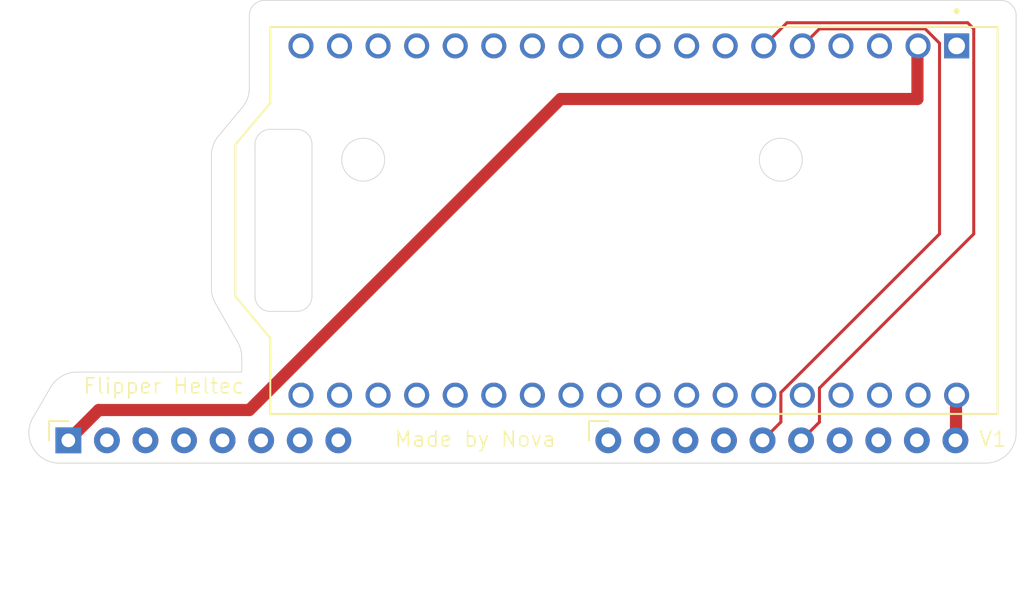
<source format=kicad_pcb>
(kicad_pcb (version 20241229) (generator "pcbnew") (generator_version "9.0")
  (layers (0 "F.Cu" signal) (2 "B.Cu" signal) (13 "F.Paste" user) (15 "B.Paste" user) (5 "F.SilkS" user "F.Silkscreen") (7 "B.SilkS" user "B.Silkscreen") (1 "F.Mask" user) (3 "B.Mask" user) (25 "Edge.Cuts" user))
  (net 0 "")
  (net 3 "Net-(A1-5V)")
  (net 5 "Net-(A1-USART1.TX)")
  (net 13 "Net-(A1-USART1.RX)")
  (net 21 "VE")
  (net 29 "GND")
  (footprint "WIFI_KIT_32__V3:MODULE_WIFI_KIT_32__V3_" (layer "F.Cu") (at 130.18 65.01 -90)
    (property "Reference" "U1" (hide yes))
    (property "Value" "WIFI_KIT_32__V3_" (hide yes))
    (fp_line (start -5 25.1) (end 5 25.1) (stroke (width 0.127)) (layer "F.SilkS"))
    (fp_line (start 5 25.1) (end 7.75 22.8) (stroke (width 0.127)) (layer "F.SilkS"))
    (fp_line (start -12.75 22.8) (end -12.75 -25.1) (stroke (width 0.127)) (layer "F.SilkS"))
    (fp_line (start -7.75 22.8) (end -5 25.1) (stroke (width 0.127)) (layer "F.SilkS"))
    (fp_line (start -7.75 22.8) (end -12.75 22.8) (stroke (width 0.127)) (layer "F.SilkS"))
    (fp_line (start 12.75 22.8) (end 7.75 22.8) (stroke (width 0.127)) (layer "F.SilkS"))
    (fp_line (start -12.75 -25.1) (end 12.75 -25.1) (stroke (width 0.127)) (layer "F.SilkS"))
    (fp_line (start 12.75 -25.1) (end 12.75 22.8) (stroke (width 0.127)) (layer "F.SilkS"))
    (fp_circle (center -13.8 -22.4) (end -13.7 -22.4) (stroke (width 0.2)) (fill no) (layer "F.SilkS"))
    (pad "J2_1" thru_hole rect (at -11.51 -22.4 270) (size 1.65 1.65) (drill 1.1) (layers "*.Cu" "*.Mask") (net 29 "GND"))
    (pad "J2_2" thru_hole circle (at -11.51 -19.86 270) (size 1.65 1.65) (drill 1.1) (layers "*.Cu" "*.Mask") (net 3 "Net-(A1-5V)"))
    (pad "J2_3" thru_hole circle (at -11.51 -17.32 270) (size 1.65 1.65) (drill 1.1) (layers "*.Cu" "*.Mask") (net 21 "VE"))
    (pad "J2_4" thru_hole circle (at -11.51 -14.78 270) (size 1.65 1.65) (drill 1.1) (layers "*.Cu" "*.Mask") (net 21 "VE"))
    (pad "J2_5" thru_hole circle (at -11.51 -12.24 270) (size 1.65 1.65) (drill 1.1) (layers "*.Cu" "*.Mask") (net 5 "Net-(A1-USART1.TX)"))
    (pad "J2_6" thru_hole circle (at -11.51 -9.7 270) (size 1.65 1.65) (drill 1.1) (layers "*.Cu" "*.Mask") (net 13 "Net-(A1-USART1.RX)"))
    (pad "J2_7" thru_hole circle (at -11.51 -7.16 270) (size 1.65 1.65) (drill 1.1) (layers "*.Cu" "*.Mask"))
    (pad "J2_8" thru_hole circle (at -11.51 -4.62 270) (size 1.65 1.65) (drill 1.1) (layers "*.Cu" "*.Mask"))
    (pad "J2_9" thru_hole circle (at -11.51 -2.08 270) (size 1.65 1.65) (drill 1.1) (layers "*.Cu" "*.Mask"))
    (pad "J2_10" thru_hole circle (at -11.51 0.46 270) (size 1.65 1.65) (drill 1.1) (layers "*.Cu" "*.Mask"))
    (pad "J2_11" thru_hole circle (at -11.51 3 270) (size 1.65 1.65) (drill 1.1) (layers "*.Cu" "*.Mask"))
    (pad "J2_12" thru_hole circle (at -11.51 5.54 270) (size 1.65 1.65) (drill 1.1) (layers "*.Cu" "*.Mask"))
    (pad "J2_13" thru_hole circle (at -11.51 8.08 270) (size 1.65 1.65) (drill 1.1) (layers "*.Cu" "*.Mask"))
    (pad "J2_14" thru_hole circle (at -11.51 10.62 270) (size 1.65 1.65) (drill 1.1) (layers "*.Cu" "*.Mask"))
    (pad "J2_15" thru_hole circle (at -11.51 13.16 270) (size 1.65 1.65) (drill 1.1) (layers "*.Cu" "*.Mask"))
    (pad "J2_16" thru_hole circle (at -11.51 15.7 270) (size 1.65 1.65) (drill 1.1) (layers "*.Cu" "*.Mask"))
    (pad "J2_17" thru_hole circle (at -11.51 18.24 270) (size 1.65 1.65) (drill 1.1) (layers "*.Cu" "*.Mask"))
    (pad "J2_18" thru_hole circle (at -11.51 20.78 270) (size 1.65 1.65) (drill 1.1) (layers "*.Cu" "*.Mask"))
    (pad "J3_1" thru_hole circle (at 11.51 -22.4 270) (size 1.65 1.65) (drill 1.1) (layers "*.Cu" "*.Mask") (net 29 "GND"))
    (pad "J3_2" thru_hole circle (at 11.51 -19.86 270) (size 1.65 1.65) (drill 1.1) (layers "*.Cu" "*.Mask"))
    (pad "J3_3" thru_hole circle (at 11.51 -17.32 270) (size 1.65 1.65) (drill 1.1) (layers "*.Cu" "*.Mask"))
    (pad "J3_4" thru_hole circle (at 11.51 -14.78 270) (size 1.65 1.65) (drill 1.1) (layers "*.Cu" "*.Mask"))
    (pad "J3_5" thru_hole circle (at 11.51 -12.24 270) (size 1.65 1.65) (drill 1.1) (layers "*.Cu" "*.Mask"))
    (pad "J3_6" thru_hole circle (at 11.51 -9.7 270) (size 1.65 1.65) (drill 1.1) (layers "*.Cu" "*.Mask"))
    (pad "J3_7" thru_hole circle (at 11.51 -7.16 270) (size 1.65 1.65) (drill 1.1) (layers "*.Cu" "*.Mask"))
    (pad "J3_8" thru_hole circle (at 11.51 -4.62 270) (size 1.65 1.65) (drill 1.1) (layers "*.Cu" "*.Mask"))
    (pad "J3_9" thru_hole circle (at 11.51 -2.08 270) (size 1.65 1.65) (drill 1.1) (layers "*.Cu" "*.Mask"))
    (pad "J3_10" thru_hole circle (at 11.51 0.46 270) (size 1.65 1.65) (drill 1.1) (layers "*.Cu" "*.Mask"))
    (pad "J3_11" thru_hole circle (at 11.51 3 270) (size 1.65 1.65) (drill 1.1) (layers "*.Cu" "*.Mask"))
    (pad "J3_12" thru_hole circle (at 11.51 5.54 270) (size 1.65 1.65) (drill 1.1) (layers "*.Cu" "*.Mask"))
    (pad "J3_13" thru_hole circle (at 11.51 8.08 270) (size 1.65 1.65) (drill 1.1) (layers "*.Cu" "*.Mask"))
    (pad "J3_14" thru_hole circle (at 11.51 10.62 270) (size 1.65 1.65) (drill 1.1) (layers "*.Cu" "*.Mask"))
    (pad "J3_15" thru_hole circle (at 11.51 13.16 270) (size 1.65 1.65) (drill 1.1) (layers "*.Cu" "*.Mask"))
    (pad "J3_16" thru_hole circle (at 11.51 15.7 270) (size 1.65 1.65) (drill 1.1) (layers "*.Cu" "*.Mask"))
    (pad "J3_17" thru_hole circle (at 11.51 18.24 270) (size 1.65 1.65) (drill 1.1) (layers "*.Cu" "*.Mask"))
    (pad "J3_18" thru_hole circle (at 11.51 20.78 270) (size 1.65 1.65) (drill 1.1) (layers "*.Cu" "*.Mask"))
  )
  (footprint "Module:Flipper_Zero_Angled" (layer "F.Cu") (at 94.08 79.5)
    (property "Reference" "A1" (hide yes))
    (property "Value" "Flipper_Zero")
    (fp_line (start -1.27 -1.27) (end -1.27 0) (stroke (width 0.12)) (layer "F.SilkS"))
    (fp_line (start 0 -1.27) (end -1.27 -1.27) (stroke (width 0.12)) (layer "F.SilkS"))
    (fp_line (start 34.29 -1.27) (end 34.29 0) (stroke (width 0.12)) (layer "F.SilkS"))
    (fp_line (start 35.56 -1.27) (end 34.29 -1.27) (stroke (width 0.12)) (layer "F.SilkS"))
    (pad "1" thru_hole rect (at 0 0 90) (size 1.7 1.7) (drill 0.9) (layers "*.Cu" "*.Mask") (net 3 "Net-(A1-5V)"))
    (pad "2" thru_hole oval (at 2.54 0 90) (size 1.7 1.7) (drill 0.9) (layers "*.Cu" "*.Mask"))
    (pad "3" thru_hole oval (at 5.08 0 90) (size 1.7 1.7) (drill 0.9) (layers "*.Cu" "*.Mask"))
    (pad "4" thru_hole oval (at 7.62 0 90) (size 1.7 1.7) (drill 0.9) (layers "*.Cu" "*.Mask"))
    (pad "5" thru_hole oval (at 10.16 0 90) (size 1.7 1.7) (drill 0.9) (layers "*.Cu" "*.Mask"))
    (pad "6" thru_hole oval (at 12.7 0 90) (size 1.7 1.7) (drill 0.9) (layers "*.Cu" "*.Mask"))
    (pad "7" thru_hole oval (at 15.24 0 90) (size 1.7 1.7) (drill 0.9) (layers "*.Cu" "*.Mask"))
    (pad "8" thru_hole oval (at 17.78 0 90) (size 1.7 1.7) (drill 0.9) (layers "*.Cu" "*.Mask") (net 29 "GND"))
    (pad "9" thru_hole oval (at 35.56 0 90) (size 1.7 1.7) (drill 0.9) (layers "*.Cu" "*.Mask"))
    (pad "10" thru_hole oval (at 38.1 0 90) (size 1.7 1.7) (drill 0.9) (layers "*.Cu" "*.Mask"))
    (pad "11" thru_hole oval (at 40.64 0 90) (size 1.7 1.7) (drill 0.9) (layers "*.Cu" "*.Mask") (net 29 "GND"))
    (pad "12" thru_hole oval (at 43.18 0 90) (size 1.7 1.7) (drill 0.9) (layers "*.Cu" "*.Mask"))
    (pad "13" thru_hole oval (at 45.72 0 90) (size 1.7 1.7) (drill 0.9) (layers "*.Cu" "*.Mask") (net 5 "Net-(A1-USART1.TX)"))
    (pad "14" thru_hole oval (at 48.26 0 90) (size 1.7 1.7) (drill 0.9) (layers "*.Cu" "*.Mask") (net 13 "Net-(A1-USART1.RX)"))
    (pad "15" thru_hole oval (at 50.8 0 90) (size 1.7 1.7) (drill 0.9) (layers "*.Cu" "*.Mask"))
    (pad "16" thru_hole oval (at 53.34 0 90) (size 1.7 1.7) (drill 0.9) (layers "*.Cu" "*.Mask"))
    (pad "17" thru_hole oval (at 55.88 0 90) (size 1.7 1.7) (drill 0.9) (layers "*.Cu" "*.Mask"))
    (pad "18" thru_hole oval (at 58.42 0 90) (size 1.7 1.7) (drill 0.9) (layers "*.Cu" "*.Mask") (net 29 "GND"))
  )
  (gr_line (start 109.125 71) (end 107.375 71) (stroke (width 0.05)) (layer "Edge.Cuts"))
  (gr_arc (start 156.5 79) (mid 155.914214 80.414214) (end 154.5 81) (stroke (width 0.05)) (layer "Edge.Cuts"))
  (gr_arc (start 106 51.5) (mid 106.292893 50.792893) (end 107 50.5) (stroke (width 0.05)) (layer "Edge.Cuts"))
  (gr_line (start 110.125 60) (end 110.125 70) (stroke (width 0.05)) (layer "Edge.Cuts"))
  (gr_arc (start 103.5 60.7241) (mid 103.619457 60.043249) (end 103.963558 59.443731) (stroke (width 0.05)) (layer "Edge.Cuts"))
  (gr_arc (start 155.5 50.5) (mid 156.207107 50.792893) (end 156.5 51.5) (stroke (width 0.05)) (layer "Edge.Cuts"))
  (gr_line (start 106.375 70) (end 106.375 60) (stroke (width 0.05)) (layer "Edge.Cuts"))
  (gr_line (start 105.5 75) (end 94.648741 75) (stroke (width 0.05)) (layer "Edge.Cuts"))
  (gr_arc (start 106 56.2759) (mid 105.880543 56.95675) (end 105.536443 57.556269) (stroke (width 0.05)) (layer "Edge.Cuts"))
  (gr_line (start 107.375 59) (end 109.125 59) (stroke (width 0.05)) (layer "Edge.Cuts"))
  (gr_line (start 93.482074 81) (end 154.5 81) (stroke (width 0.05)) (layer "Edge.Cuts"))
  (gr_circle (center 141 61) (end 142 62) (stroke (width 0.05)) (fill no) (layer "Edge.Cuts"))
  (gr_arc (start 106.375 60) (mid 106.667893 59.292893) (end 107.375 59) (stroke (width 0.05)) (layer "Edge.Cuts"))
  (gr_arc (start 109.125 59) (mid 109.832107 59.292893) (end 110.125 60) (stroke (width 0.05)) (layer "Edge.Cuts"))
  (gr_arc (start 105.236486 73.038851) (mid 105.432999 73.517793) (end 105.5 74.031129) (stroke (width 0.05)) (layer "Edge.Cuts"))
  (gr_line (start 103.5 60.7241) (end 103.5 69.468871) (stroke (width 0.05)) (layer "Edge.Cuts"))
  (gr_line (start 156.5 79) (end 156.5 51.5) (stroke (width 0.05)) (layer "Edge.Cuts"))
  (gr_arc (start 107.375 71) (mid 106.667893 70.707107) (end 106.375 70) (stroke (width 0.05)) (layer "Edge.Cuts"))
  (gr_arc (start 93.482074 81) (mid 91.747813 79.996116) (end 91.754516 77.992258) (stroke (width 0.05)) (layer "Edge.Cuts"))
  (gr_line (start 92.921183 75.992258) (end 91.754516 77.992258) (stroke (width 0.05)) (layer "Edge.Cuts"))
  (gr_line (start 105.536443 57.556269) (end 103.963558 59.443731) (stroke (width 0.05)) (layer "Edge.Cuts"))
  (gr_line (start 105.5 74.031129) (end 105.5 75) (stroke (width 0.05)) (layer "Edge.Cuts"))
  (gr_line (start 155.5 50.5) (end 107 50.5) (stroke (width 0.05)) (layer "Edge.Cuts"))
  (gr_line (start 103.763514 70.461149) (end 105.236486 73.038851) (stroke (width 0.05)) (layer "Edge.Cuts"))
  (gr_circle (center 113.5 61) (end 114.5 62) (stroke (width 0.05)) (fill no) (layer "Edge.Cuts"))
  (gr_line (start 106 51.5) (end 106 56.2759) (stroke (width 0.05)) (layer "Edge.Cuts"))
  (gr_arc (start 103.763514 70.461149) (mid 103.567001 69.982207) (end 103.5 69.468871) (stroke (width 0.05)) (layer "Edge.Cuts"))
  (gr_arc (start 92.921183 75.992258) (mid 93.652619 75.265716) (end 94.648741 75) (stroke (width 0.05)) (layer "Edge.Cuts"))
  (gr_arc (start 110.125 70) (mid 109.832107 70.707107) (end 109.125 71) (stroke (width 0.05)) (layer "Edge.Cuts"))
  (gr_text "Flipper Heltec\n" (at 95 76.5 0) (layer "F.SilkS") (effects (font (size 1 1) (thickness 0.1)) (justify left bottom)))
  (gr_text "Made by Nova" (at 115.5 80 0) (layer "F.SilkS") (effects (font (size 1 1) (thickness 0.1)) (justify left bottom)))
  (gr_text "V1" (at 154 80 0) (layer "F.SilkS") (effects (font (size 1 1) (thickness 0.1)) (justify left bottom)))
  (segment (start 126.5 57) (end 150 57) (width 0.8) (layer "F.Cu") (net 3))
  (segment (start 94.08 79.5) (end 96.08 77.5) (width 0.8) (layer "F.Cu") (net 3))
  (segment (start 96.08 77.5) (end 106 77.5) (width 0.8) (layer "F.Cu") (net 3))
  (segment (start 150.02 53.48) (end 150 53.48) (width 0.6) (layer "F.Cu") (net 3))
  (segment (start 150 53.54) (end 150.04 53.5) (width 0.8) (layer "F.Cu") (net 3))
  (segment (start 150.04 53.5) (end 150.02 53.48) (width 0.6) (layer "F.Cu") (net 3))
  (segment (start 150 57) (end 150 53.54) (width 0.8) (layer "F.Cu") (net 3))
  (segment (start 106 77.5) (end 126.5 57) (width 0.8) (layer "F.Cu") (net 3))
  (segment (start 141.006 78.294) (end 139.8 79.5) (width 0.2) (layer "F.Cu") (net 5))
  (segment (start 150.506405 52.374) (end 151.454 53.321595) (width 0.2) (layer "F.Cu") (net 5))
  (segment (start 151.454 65.893595) (end 141.006 76.341595) (width 0.2) (layer "F.Cu") (net 5))
  (segment (start 141.006 76.341595) (end 141.006 78.294) (width 0.2) (layer "F.Cu") (net 5))
  (segment (start 151.454 53.321595) (end 151.454 65.893595) (width 0.2) (layer "F.Cu") (net 5))
  (segment (start 143.546 52.374) (end 150.506405 52.374) (width 0.2) (layer "F.Cu") (net 5))
  (segment (start 142.42 53.5) (end 143.546 52.374) (width 0.2) (layer "F.Cu") (net 5))
  (segment (start 153.706 52.374) (end 153.706 65.893595) (width 0.2) (layer "F.Cu") (net 13))
  (segment (start 139.88 53.5) (end 141.407 51.973) (width 0.2) (layer "F.Cu") (net 13))
  (segment (start 143.546 78.294) (end 142.34 79.5) (width 0.2) (layer "F.Cu") (net 13))
  (segment (start 143.546 76.053595) (end 143.546 78.294) (width 0.2) (layer "F.Cu") (net 13))
  (segment (start 153.706 65.893595) (end 143.546 76.053595) (width 0.2) (layer "F.Cu") (net 13))
  (segment (start 141.407 51.973) (end 153.305 51.973) (width 0.2) (layer "F.Cu") (net 13))
  (segment (start 153.305 51.973) (end 153.706 52.374) (width 0.2) (layer "F.Cu") (net 13))
  (segment (start 152.54 76.5) (end 152.54 79.46) (width 0.8) (layer "F.Cu") (net 29))
  (segment (start 152.54 79.46) (end 152.5 79.5) (width 0.2) (layer "F.Cu") (net 29))
)
</source>
